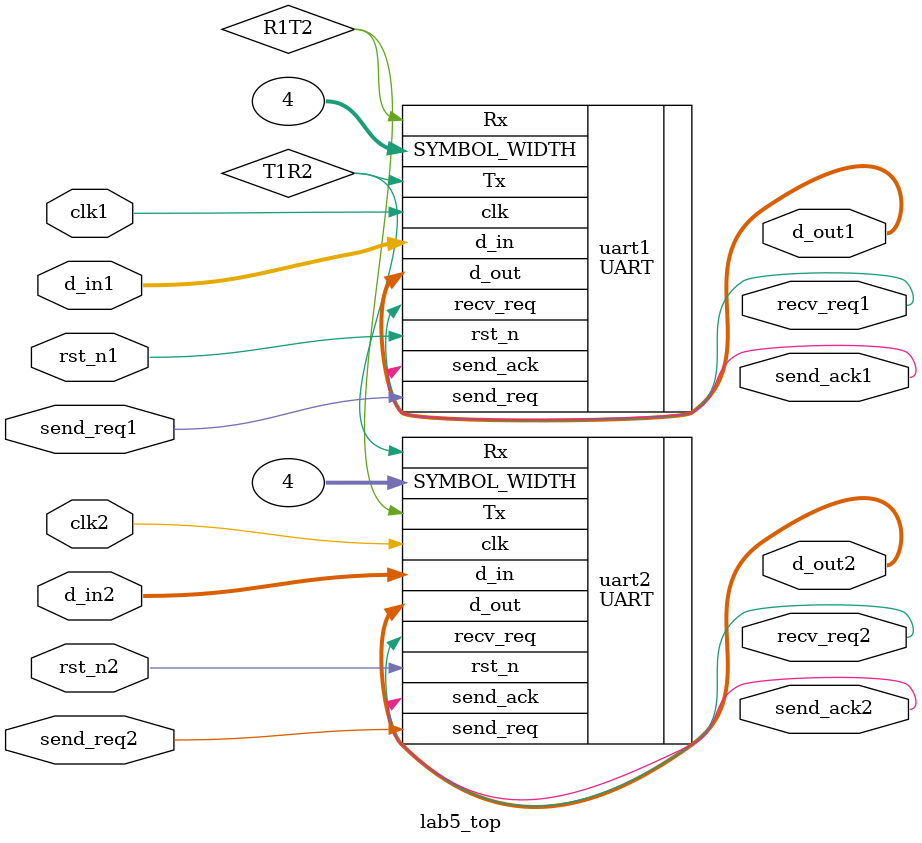
<source format=v>
module lab5_top (
    input clk1, rst_n1, clk2, rst_n2,
    input send_req1, send_req2,
    output send_ack1, send_ack2,
    output recv_req1, recv_req2,
    input [7:0] d_in1, d_in2,
    output [7:0] d_out1, d_out2
);

    wire R1T2, T1R2;
    
    UART uart1 (
        .clk(clk1), .rst_n(rst_n1),
        .SYMBOL_WIDTH(4),
        .send_req(send_req1),
        .Rx(R1T2),
        .d_in(d_in1),
        .send_ack(send_ack1),
        .recv_req(recv_req1),
        .Tx(T1R2),
        .d_out(d_out1)
    );

    UART uart2 (
        .clk(clk2), .rst_n(rst_n2),
        .SYMBOL_WIDTH(4),
        .send_req(send_req2),
        .Rx(T1R2),
        .d_in(d_in2),
        .send_ack(send_ack2),
        .recv_req(recv_req2),
        .Tx(R1T2),
        .d_out(d_out2)
    );
endmodule
</source>
